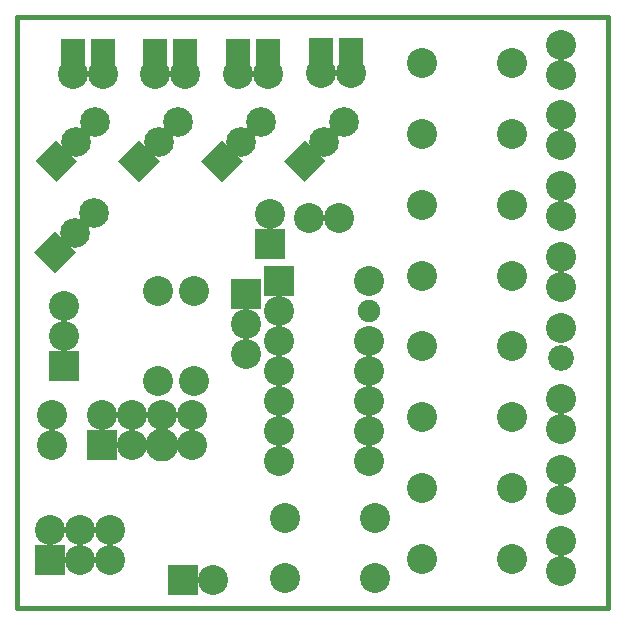
<source format=gts>
G04 (created by PCBNEW-RS274X (2010-05-05 BZR 2356)-stable) date 13-12-2010 10:38:44*
G01*
G70*
G90*
%MOIN*%
G04 Gerber Fmt 3.4, Leading zero omitted, Abs format*
%FSLAX34Y34*%
G04 APERTURE LIST*
%ADD10C,0.006000*%
%ADD11C,0.015000*%
%ADD12R,0.100000X0.100000*%
%ADD13C,0.100000*%
%ADD14R,0.080000X0.138100*%
%ADD15C,0.086000*%
%ADD16C,0.110000*%
%ADD17C,0.075000*%
%ADD18C,0.098700*%
G04 APERTURE END LIST*
G54D10*
G54D11*
X10335Y-27756D02*
X30020Y-27756D01*
X10335Y-08071D02*
X10335Y-27756D01*
X30020Y-08071D02*
X10335Y-08071D01*
X30020Y-27756D02*
X30020Y-08071D01*
G54D12*
X17953Y-17307D03*
G54D13*
X17953Y-18307D03*
X17953Y-19307D03*
X22258Y-24776D03*
X22258Y-26776D03*
X19258Y-24776D03*
X19258Y-26776D03*
X17699Y-09944D03*
X18699Y-09944D03*
G54D14*
X17699Y-09444D03*
X18699Y-09444D03*
G54D13*
X20457Y-09943D03*
X21457Y-09943D03*
G54D14*
X20457Y-09443D03*
X21457Y-09443D03*
G54D13*
X14945Y-09944D03*
X15945Y-09944D03*
G54D14*
X14945Y-09444D03*
X15945Y-09444D03*
G54D13*
X12189Y-09945D03*
X13189Y-09945D03*
G54D14*
X12189Y-09445D03*
X13189Y-09445D03*
G54D12*
X15878Y-26811D03*
G54D13*
X16878Y-26811D03*
X28475Y-25515D03*
X28475Y-26515D03*
X28474Y-23151D03*
X28474Y-24151D03*
X28473Y-20791D03*
X28473Y-21791D03*
X28474Y-18428D03*
G54D15*
X28474Y-19428D03*
G54D13*
X28475Y-16064D03*
X28475Y-17064D03*
X28474Y-13705D03*
X28474Y-14705D03*
X28472Y-11341D03*
X28472Y-12341D03*
X28474Y-08980D03*
X28474Y-09980D03*
X20061Y-14752D03*
X21061Y-14752D03*
X16228Y-20191D03*
X16228Y-17191D03*
X23825Y-26130D03*
X26825Y-26130D03*
X15046Y-20190D03*
X15046Y-17190D03*
X23823Y-23766D03*
X26823Y-23766D03*
X23825Y-19042D03*
X26825Y-19042D03*
X23823Y-21406D03*
X26823Y-21406D03*
X23826Y-16681D03*
X26826Y-16681D03*
X23824Y-09594D03*
X26824Y-09594D03*
X23825Y-14318D03*
X26825Y-14318D03*
X23824Y-11955D03*
X26824Y-11955D03*
G54D12*
X13156Y-22341D03*
G54D13*
X13156Y-21341D03*
X14156Y-22341D03*
X14156Y-21341D03*
G54D16*
X15156Y-22341D03*
G54D13*
X15156Y-21341D03*
X16156Y-22341D03*
X16156Y-21341D03*
G54D12*
X11424Y-26170D03*
G54D13*
X11424Y-25170D03*
X12424Y-26170D03*
X12424Y-25170D03*
X13424Y-26170D03*
X13424Y-25170D03*
G54D12*
X11895Y-19691D03*
G54D13*
X11895Y-18691D03*
X11895Y-17691D03*
G54D12*
X19060Y-16875D03*
G54D13*
X19060Y-17875D03*
X19060Y-18875D03*
X19060Y-19875D03*
X19060Y-20875D03*
X19060Y-21875D03*
X19060Y-22875D03*
X22060Y-22875D03*
X22060Y-21875D03*
X22060Y-20875D03*
X22060Y-19875D03*
X22060Y-18875D03*
G54D17*
X22060Y-17875D03*
G54D13*
X22060Y-16875D03*
X11499Y-21339D03*
X11499Y-22339D03*
G54D10*
G36*
X11608Y-15206D02*
X12305Y-15903D01*
X11608Y-16600D01*
X10911Y-15903D01*
X11608Y-15206D01*
X11608Y-15206D01*
G37*
G54D18*
X12258Y-15253D03*
X12908Y-14603D03*
G54D10*
G36*
X11647Y-12173D02*
X12344Y-12870D01*
X11647Y-13567D01*
X10950Y-12870D01*
X11647Y-12173D01*
X11647Y-12173D01*
G37*
G54D18*
X12297Y-12220D03*
X12947Y-11570D03*
G54D10*
G36*
X14405Y-12171D02*
X15102Y-12868D01*
X14405Y-13565D01*
X13708Y-12868D01*
X14405Y-12171D01*
X14405Y-12171D01*
G37*
G54D18*
X15055Y-12218D03*
X15705Y-11568D03*
G54D10*
G36*
X17158Y-12172D02*
X17855Y-12869D01*
X17158Y-13566D01*
X16461Y-12869D01*
X17158Y-12172D01*
X17158Y-12172D01*
G37*
G54D18*
X17808Y-12219D03*
X18458Y-11569D03*
G54D10*
G36*
X19915Y-12171D02*
X20612Y-12868D01*
X19915Y-13565D01*
X19218Y-12868D01*
X19915Y-12171D01*
X19915Y-12171D01*
G37*
G54D18*
X20565Y-12218D03*
X21215Y-11568D03*
G54D12*
X18780Y-15622D03*
G54D13*
X18780Y-14614D03*
M02*

</source>
